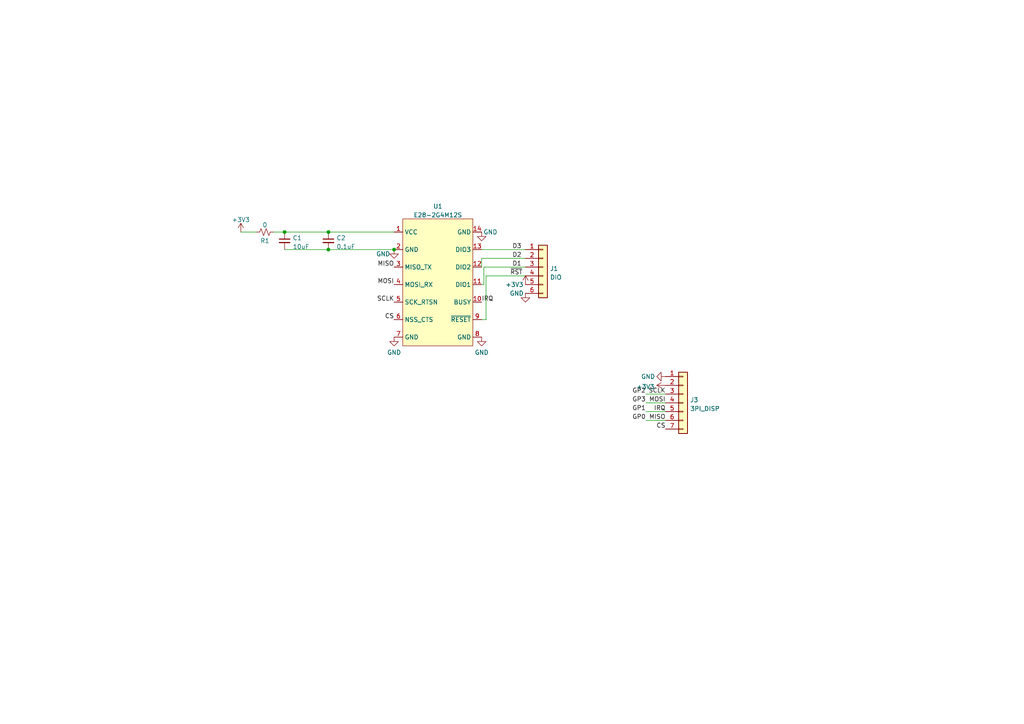
<source format=kicad_sch>
(kicad_sch (version 20211123) (generator eeschema)
  (paper "A4")
  (lib_symbols
    (symbol "Connector_Generic:Conn_01x06" (pin_names (offset 1.016) hide)
      (property "Reference" "J" (at 0 7.62 0))
      (property "Value" "Conn_01x06" (at 0 -10.16 0))
      (symbol "Conn_01x06_1_1"
        (rectangle (start -1.27 -7.493) (end 0 -7.747) (stroke (width 0.1524)))
        (rectangle (start -1.27 -4.953) (end 0 -5.207) (stroke (width 0.1524)))
        (rectangle (start -1.27 -2.413) (end 0 -2.667) (stroke (width 0.1524)))
        (rectangle (start -1.27 0.127) (end 0 -0.127) (stroke (width 0.1524)))
        (rectangle (start -1.27 2.667) (end 0 2.413) (stroke (width 0.1524)))
        (rectangle (start -1.27 5.207) (end 0 4.953) (stroke (width 0.1524)))
        (rectangle (start -1.27 6.35) (end 1.27 -8.89) (stroke (width 0.254)) (fill (type background)))
        (pin passive line (at -5.08 5.08 0) (length 3.81) (name "Pin_1") (number "1"))
        (pin passive line (at -5.08 2.54 0) (length 3.81) (name "Pin_2") (number "2"))
        (pin passive line (at -5.08 0 0) (length 3.81) (name "Pin_3") (number "3"))
        (pin passive line (at -5.08 -2.54 0) (length 3.81) (name "Pin_4") (number "4"))
        (pin passive line (at -5.08 -5.08 0) (length 3.81) (name "Pin_5") (number "5"))
        (pin passive line (at -5.08 -7.62 0) (length 3.81) (name "Pin_6") (number "6"))
      )
    )
    (symbol "Connector_Generic:Conn_01x07" (pin_names (offset 1.016) hide)
      (property "Reference" "J" (at 0 10.16 0))
      (property "Value" "Conn_01x07" (at 0 -10.16 0))
      (symbol "Conn_01x07_1_1"
        (rectangle (start -1.27 -7.493) (end 0 -7.747) (stroke (width 0.1524)))
        (rectangle (start -1.27 -4.953) (end 0 -5.207) (stroke (width 0.1524)))
        (rectangle (start -1.27 -2.413) (end 0 -2.667) (stroke (width 0.1524)))
        (rectangle (start -1.27 0.127) (end 0 -0.127) (stroke (width 0.1524)))
        (rectangle (start -1.27 2.667) (end 0 2.413) (stroke (width 0.1524)))
        (rectangle (start -1.27 5.207) (end 0 4.953) (stroke (width 0.1524)))
        (rectangle (start -1.27 7.747) (end 0 7.493) (stroke (width 0.1524)))
        (rectangle (start -1.27 8.89) (end 1.27 -8.89) (stroke (width 0.254)) (fill (type background)))
        (pin passive line (at -5.08 7.62 0) (length 3.81) (name "Pin_1") (number "1"))
        (pin passive line (at -5.08 5.08 0) (length 3.81) (name "Pin_2") (number "2"))
        (pin passive line (at -5.08 2.54 0) (length 3.81) (name "Pin_3") (number "3"))
        (pin passive line (at -5.08 0 0) (length 3.81) (name "Pin_4") (number "4"))
        (pin passive line (at -5.08 -2.54 0) (length 3.81) (name "Pin_5") (number "5"))
        (pin passive line (at -5.08 -5.08 0) (length 3.81) (name "Pin_6") (number "6"))
        (pin passive line (at -5.08 -7.62 0) (length 3.81) (name "Pin_7") (number "7"))
      )
    )
    (symbol "Device:C_Small" (pin_numbers hide) (pin_names (offset 0.254) hide)
      (property "Reference" "C" (at 0.254 1.778 0))
      (property "Value" "C_Small" (at 0.254 -2.032 0))
      (symbol "C_Small_0_1"
        (polyline (pts (xy -1.524 -0.508) (xy 1.524 -0.508)) (stroke (width 0.3302)))
        (polyline (pts (xy -1.524 0.508) (xy 1.524 0.508)) (stroke (width 0.3048)))
      )
      (symbol "C_Small_1_1"
        (pin passive line (at 0 2.54 270) (length 2.032) (name "~") (number "1"))
        (pin passive line (at 0 -2.54 90) (length 2.032) (name "~") (number "2"))
      )
    )
    (symbol "Device:R_Small_US" (pin_numbers hide) (pin_names (offset 0.254) hide)
      (property "Reference" "R" (at 0.762 0.508 0))
      (property "Value" "R_Small_US" (at 0.762 -1.016 0))
      (symbol "R_Small_US_1_1"
        (polyline (pts (xy 0 0) (xy 1.016 -0.381) (xy 0 -0.762) (xy -1.016 -1.143) (xy 0 -1.524)))
        (polyline (pts (xy 0 1.524) (xy 1.016 1.143) (xy 0 0.762) (xy -1.016 0.381) (xy 0 0)))
        (pin passive line (at 0 2.54 270) (length 1.016) (name "~") (number "1"))
        (pin passive line (at 0 -2.54 90) (length 1.016) (name "~") (number "2"))
      )
    )
    (symbol "power:+3V3" (power) (pin_names (offset 0))
      (property "Value" "+3V3" (at 0 3.556 0))
      (symbol "+3V3_0_1"
        (polyline (pts (xy -0.762 1.27) (xy 0 2.54)))
        (polyline (pts (xy 0 0) (xy 0 2.54)))
        (polyline (pts (xy 0 2.54) (xy 0.762 1.27)))
      )
      (symbol "+3V3_1_1"
        (pin power_in line (at 0 0 90) (length 0) hide (name "+3V3") (number "1"))
      )
    )
    (symbol "power:GND" (power) (pin_names (offset 0))
      (property "Value" "GND" (at 0 -3.81 0))
      (symbol "GND_0_1"
        (polyline (pts (xy 0 0) (xy 0 -1.27) (xy 1.27 -1.27) (xy 0 -2.54) (xy -1.27 -1.27) (xy 0 -1.27)))
      )
      (symbol "GND_1_1"
        (pin power_in line (at 0 0 270) (length 0) hide (name "GND") (number "1"))
      )
    )
    (symbol "synack-common:E28-2G4M12S"
      (property "Reference" "U" (at 0 1.27 0))
      (property "Value" "E28-2G4M12S" (at 0 -1.27 0))
      (symbol "E28-2G4M12S_0_1"
        (rectangle (start -10.16 0) (end 10.16 -36.83) (stroke (width 0.1524)) (fill (type background)))
      )
      (symbol "E28-2G4M12S_1_1"
        (pin power_in line (at -12.7 -3.81 0) (length 2.54) (name "VCC") (number "1"))
        (pin output line (at 12.7 -24.13 180) (length 2.54) (name "BUSY") (number "10"))
        (pin bidirectional line (at 12.7 -19.05 180) (length 2.54) (name "DIO1") (number "11"))
        (pin bidirectional line (at 12.7 -13.97 180) (length 2.54) (name "DIO2") (number "12"))
        (pin bidirectional line (at 12.7 -8.89 180) (length 2.54) (name "DIO3") (number "13"))
        (pin power_out line (at 12.7 -3.81 180) (length 2.54) (name "GND") (number "14"))
        (pin power_out line (at -12.7 -8.89 0) (length 2.54) (name "GND") (number "2"))
        (pin output line (at -12.7 -13.97 0) (length 2.54) (name "MISO_TX") (number "3"))
        (pin input line (at -12.7 -19.05 0) (length 2.54) (name "MOSI_RX") (number "4"))
        (pin input line (at -12.7 -24.13 0) (length 2.54) (name "SCK_RTSN") (number "5"))
        (pin input line (at -12.7 -29.21 0) (length 2.54) (name "NSS_CTS") (number "6"))
        (pin power_out line (at -12.7 -34.29 0) (length 2.54) (name "GND") (number "7"))
        (pin power_out line (at 12.7 -34.29 180) (length 2.54) (name "GND") (number "8"))
        (pin input line (at 12.7 -29.21 180) (length 2.54) (name "~{RESET}") (number "9"))
      )
    )
  )
  (junction (at 95.25 72.39))
  (junction (at 114.3 72.39))
  (junction (at 95.25 67.31))
  (junction (at 82.55 67.31))
  (wire (pts (xy 140.97 92.71) (xy 140.97 80.01)))
  (wire (pts (xy 82.55 67.31) (xy 95.25 67.31)))
  (wire (pts (xy 187.325 119.38) (xy 193.04 119.38)))
  (wire (pts (xy 139.7 72.39) (xy 152.4 72.39)))
  (wire (pts (xy 187.325 114.3) (xy 193.04 114.3)))
  (wire (pts (xy 95.25 72.39) (xy 114.3 72.39)))
  (wire (pts (xy 187.325 116.84) (xy 193.04 116.84)))
  (wire (pts (xy 139.7 77.47) (xy 139.7 74.93)))
  (wire (pts (xy 139.7 82.55) (xy 140.335 82.55)))
  (wire (pts (xy 95.25 67.31) (xy 114.3 67.31)))
  (wire (pts (xy 187.325 121.92) (xy 193.04 121.92)))
  (wire (pts (xy 69.85 67.31) (xy 74.295 67.31)))
  (wire (pts (xy 139.7 74.93) (xy 152.4 74.93)))
  (wire (pts (xy 79.375 67.31) (xy 82.55 67.31)))
  (wire (pts (xy 140.335 77.47) (xy 152.4 77.47)))
  (wire (pts (xy 140.335 82.55) (xy 140.335 77.47)))
  (wire (pts (xy 82.55 72.39) (xy 95.25 72.39)))
  (wire (pts (xy 140.97 80.01) (xy 152.4 80.01)))
  (wire (pts (xy 139.7 92.71) (xy 140.97 92.71)))
  (label "GP2" (at 187.325 114.3 180))
  (label "GP3" (at 187.325 116.84 180))
  (label "MOSI" (at 193.04 116.84 180))
  (label "IRQ" (at 139.7 87.63 0))
  (label "GP0" (at 187.325 121.92 180))
  (label "SCLK" (at 114.3 87.63 180))
  (label "D2" (at 148.59 74.93 0))
  (label "SCLK" (at 193.04 114.3 180))
  (label "CS" (at 114.3 92.71 180))
  (label "D3" (at 148.59 72.39 0))
  (label "CS" (at 193.04 124.46 180))
  (label "~{RST}" (at 147.955 80.01 0))
  (label "MISO" (at 114.3 77.47 180))
  (label "IRQ" (at 193.04 119.38 180))
  (label "GP1" (at 187.325 119.38 180))
  (label "MOSI" (at 114.3 82.55 180))
  (label "MISO" (at 193.04 121.92 180))
  (label "D1" (at 148.59 77.47 0))
  (symbol (lib_id "power:+3V3") (at 152.4 82.55 0) (unit 1)
    (property "Reference" "#PWR0108" (effects hide))
    (property "Value" "+3V3" (at 149.225 82.55 0))
  )
  (symbol (lib_id "power:GND") (at 139.7 97.79 0) (unit 1)
    (property "Reference" "#PWR0102" (effects hide))
    (property "Value" "GND" (at 139.7 102.2334 0))
  )
  (symbol (lib_id "power:GND") (at 139.7 67.31 0) (unit 1)
    (property "Reference" "#PWR0109" (effects hide))
    (property "Value" "GND" (at 142.24 67.31 0))
  )
  (symbol (lib_id "Device:C_Small") (at 82.55 69.85 0) (unit 1)
    (property "Reference" "C1" (at 84.8741 69.0216 0) (effects (justify left)))
    (property "Value" "10uF" (at 84.8741 71.5585 0) (effects (justify left)))
    (property "Footprint" "Capacitor_SMD:C_0603_1608Metric_Pad1.08x0.95mm_HandSolder" (effects hide))
  )
  (symbol (lib_id "power:GND") (at 114.3 72.39 0) (unit 1)
    (property "Reference" "#PWR0105" (effects hide))
    (property "Value" "GND" (at 111.125 73.66 0))
  )
  (symbol (lib_id "Device:C_Small") (at 95.25 69.85 0) (unit 1)
    (property "Reference" "C2" (at 97.5741 69.0216 0) (effects (justify left)))
    (property "Value" "0.1uF" (at 97.5741 71.5585 0) (effects (justify left)))
    (property "Footprint" "Capacitor_SMD:C_0603_1608Metric_Pad1.08x0.95mm_HandSolder" (effects hide))
  )
  (symbol (lib_id "power:+3V3") (at 69.85 67.31 0) (unit 1)
    (property "Reference" "#PWR0103" (effects hide))
    (property "Value" "+3V3" (at 69.85 63.7342 0))
  )
  (symbol (lib_id "Device:R_Small_US") (at 76.835 67.31 90) (unit 1)
    (property "Reference" "R1" (at 76.835 69.85 90))
    (property "Value" "0" (at 76.835 65.2581 90))
    (property "Footprint" "Resistor_SMD:R_0603_1608Metric_Pad0.98x0.95mm_HandSolder" (effects hide))
  )
  (symbol (lib_id "power:GND") (at 114.3 97.79 0) (unit 1)
    (property "Reference" "#PWR0104" (effects hide))
    (property "Value" "GND" (at 114.3 102.2334 0))
  )
  (symbol (lib_id "power:+3V3") (at 193.04 111.76 90) (unit 1)
    (property "Reference" "#PWR0110" (effects hide))
    (property "Value" "+3V3" (at 189.865 112.1938 90) (effects (justify left)))
  )
  (symbol (lib_id "synack-common:E28-2G4M12S") (at 127 63.5 0) (unit 1)
    (property "Reference" "U1" (at 127 59.851 0))
    (property "Value" "E28-2G4M12S" (at 127 62.3879 0))
    (property "Footprint" "synack-common:E28-2G4M12S" (effects hide))
  )
  (symbol (lib_id "Connector_Generic:Conn_01x06") (at 157.48 77.47 0) (unit 1)
    (property "Reference" "J1" (at 159.512 77.9053 0) (effects (justify left)))
    (property "Value" "DIO" (at 159.512 80.4422 0) (effects (justify left)))
    (property "Footprint" "Connector_PinHeader_2.54mm:PinHeader_1x06_P2.54mm_Vertical" (effects hide))
  )
  (symbol (lib_id "power:GND") (at 193.04 109.22 270) (unit 1)
    (property "Reference" "#PWR0111" (effects hide))
    (property "Value" "GND" (at 187.96 109.22 90))
  )
  (symbol (lib_id "power:GND") (at 152.4 85.09 0) (unit 1)
    (property "Reference" "#PWR0107" (effects hide))
    (property "Value" "GND" (at 149.86 85.09 0))
  )
  (symbol (lib_id "Connector_Generic:Conn_01x07") (at 198.12 116.84 0) (unit 1)
    (property "Reference" "J3" (at 200.152 116.0053 0) (effects (justify left)))
    (property "Value" "3PI_DISP" (at 200.152 118.5422 0) (effects (justify left)))
    (property "Footprint" "Connector_PinHeader_2.54mm:PinHeader_1x07_P2.54mm_Vertical" (effects hide))
  )
)
</source>
